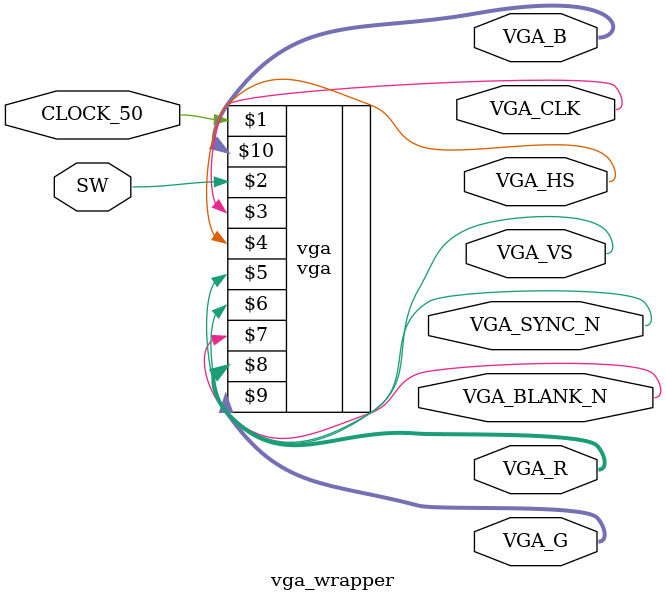
<source format=sv>


module vga_wrapper(input  logic       CLOCK_50,
                  input  logic [0:0] SW,
                  output logic       VGA_CLK, 
                  output logic       VGA_HS,
                  output logic       VGA_VS,
                  output logic       VGA_SYNC_N,
                  output logic       VGA_BLANK_N,
                  output logic [7:0] VGA_R,
                  output logic [7:0] VGA_G,
                  output logic [7:0] VGA_B);
						

  vga vga(CLOCK_50, SW[0], VGA_CLK, VGA_HS, VGA_VS, VGA_SYNC_N, VGA_BLANK_N,
			 VGA_R, VGA_G, VGA_B);
			 
endmodule


</source>
